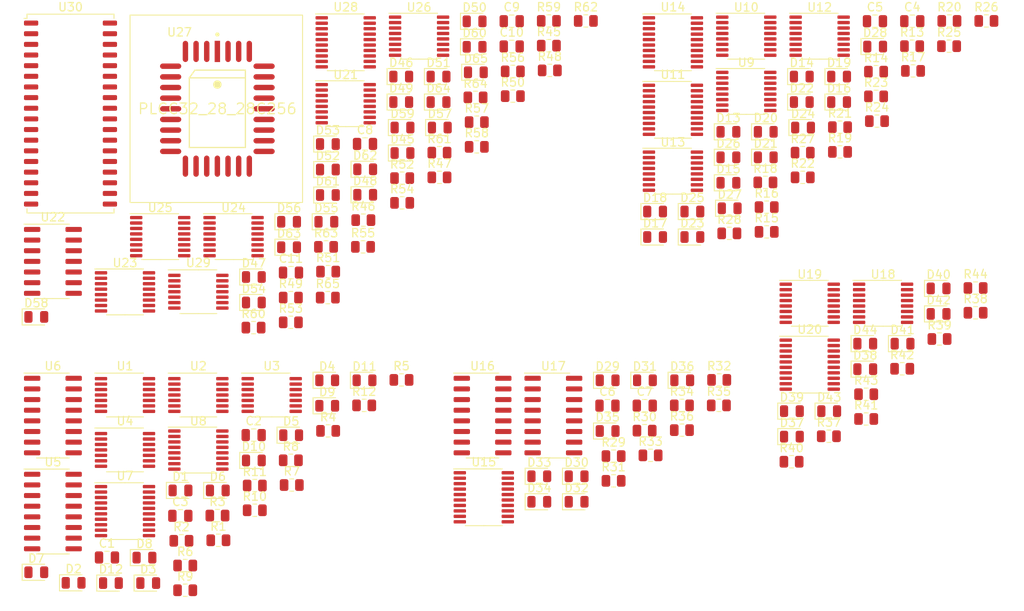
<source format=kicad_pcb>
(kicad_pcb (version 20211014) (generator pcbnew)
  (layers (0 "F.Cu" signal) (31 "B.Cu" signal) (34 "B.Paste" user) (35 "F.Paste" user) (36 "B.SilkS" user "B.Silkscreen") (37 "F.SilkS" user "F.Silkscreen") (38 "B.Mask" user) (39 "F.Mask" user) (44 "Edge.Cuts" user))
  (net 0 "")
  (net 1 "VCC")
  (net 2 "GND")
  (net 3 "Net-(U1-Pad1)")
  (net 4 "/ALU/ALU0")
  (net 5 "/ALU/ALU1")
  (net 6 "Net-(U1-Pad4)")
  (net 7 "/ALU/ALU2")
  (net 8 "/ALU/ALU3")
  (net 9 "/ALU/ALU4")
  (net 10 "/ALU/ALU5")
  (net 11 "Net-(U1-Pad10)")
  (net 12 "/ALU/ALU6")
  (net 13 "/ALU/ALU7")
  (net 14 "Net-(U1-Pad13)")
  (net 15 "/GPR's/B0")
  (net 16 "Net-(U2-Pad3)")
  (net 17 "/GPR's/B1")
  (net 18 "Net-(U2-Pad6)")
  (net 19 "Net-(U2-Pad8)")
  (net 20 "/GPR's/B2")
  (net 21 "Net-(U2-Pad11)")
  (net 22 "/GPR's/B3")
  (net 23 "/GPR's/B4")
  (net 24 "Net-(U3-Pad3)")
  (net 25 "/GPR's/B5")
  (net 26 "Net-(U3-Pad6)")
  (net 27 "Net-(U3-Pad8)")
  (net 28 "/GPR's/B6")
  (net 29 "Net-(U3-Pad11)")
  (net 30 "/GPR's/B7")
  (net 31 "/GPR's/A1")
  (net 32 "/GPR's/A0")
  (net 33 "Net-(U5-Pad9)")
  (net 34 "/GPR's/A3")
  (net 35 "/GPR's/A2")
  (net 36 "/GPR's/A5")
  (net 37 "/GPR's/A4")
  (net 38 "/ALU/CARRY_OUT")
  (net 39 "/GPR's/A7")
  (net 40 "/GPR's/A6")
  (net 41 "BUS7")
  (net 42 "BUS6")
  (net 43 "BUS5")
  (net 44 "BUS4")
  (net 45 "BUS3")
  (net 46 "BUS2")
  (net 47 "BUS1")
  (net 48 "BUS0")
  (net 49 "Net-(D1-Pad1)")
  (net 50 "Net-(D2-Pad1)")
  (net 51 "Net-(D3-Pad1)")
  (net 52 "Net-(D4-Pad1)")
  (net 53 "/ALU/CF")
  (net 54 "Net-(D5-Pad1)")
  (net 55 "Net-(D6-Pad1)")
  (net 56 "/ALU/ZF")
  (net 57 "Net-(D7-Pad1)")
  (net 58 "Net-(D8-Pad1)")
  (net 59 "/ALU/SF")
  (net 60 "Net-(D9-Pad1)")
  (net 61 "Net-(D10-Pad1)")
  (net 62 "/ALU/OF")
  (net 63 "Net-(D11-Pad1)")
  (net 64 "Net-(D12-Pad1)")
  (net 65 "Net-(D13-Pad1)")
  (net 66 "Net-(D14-Pad1)")
  (net 67 "Net-(D15-Pad1)")
  (net 68 "Net-(D16-Pad1)")
  (net 69 "Net-(D17-Pad1)")
  (net 70 "Net-(D18-Pad1)")
  (net 71 "Net-(D19-Pad1)")
  (net 72 "Net-(D20-Pad1)")
  (net 73 "Net-(D21-Pad1)")
  (net 74 "Net-(D22-Pad1)")
  (net 75 "Net-(D23-Pad1)")
  (net 76 "Net-(D24-Pad1)")
  (net 77 "Net-(D25-Pad1)")
  (net 78 "Net-(D26-Pad1)")
  (net 79 "Net-(D27-Pad1)")
  (net 80 "Net-(D28-Pad1)")
  (net 81 "Net-(U4-Pad3)")
  (net 82 "Net-(U4-Pad10)")
  (net 83 "/ALU/ZERO_FLAG")
  (net 86 "Net-(D29-Pad1)")
  (net 87 "/Program Counter/PC3")
  (net 88 "Net-(D30-Pad1)")
  (net 89 "/Program Counter/PC2")
  (net 90 "Net-(D31-Pad1)")
  (net 91 "/Program Counter/PC1")
  (net 92 "Net-(D32-Pad1)")
  (net 93 "/Program Counter/PC0")
  (net 94 "Net-(D33-Pad1)")
  (net 95 "Net-(D34-Pad1)")
  (net 96 "Net-(D35-Pad1)")
  (net 97 "Net-(D36-Pad1)")
  (net 98 "/SUB")
  (net 99 "/~{ALU_OUT}")
  (net 100 "CLOCK")
  (net 101 "/~{FLAGS_IN}")
  (net 102 "RESET")
  (net 103 "/~{A_IN}")
  (net 104 "/~{A_OUT}")
  (net 105 "/~{B_IN}")
  (net 106 "/~{B_OUT}")
  (net 107 "/~{PC_OUT}")
  (net 108 "~{RESET}")
  (net 109 "/PC_EN")
  (net 110 "/~{PC_IN}")
  (net 111 "/Program Counter/PC7")
  (net 112 "/Program Counter/PC6")
  (net 113 "/Program Counter/PC5")
  (net 114 "/Program Counter/PC4")
  (net 115 "Net-(U16-Pad15)")
  (net 117 "/Memory/MAR0")
  (net 118 "/Memory/MAR1")
  (net 119 "/Memory/MAR2")
  (net 120 "/Memory/MAR3")
  (net 121 "/Memory/MAR4")
  (net 122 "/Memory/MAR5")
  (net 123 "/Memory/MAR6")
  (net 124 "/Memory/MAR7")
  (net 125 "/Memory/SEG0")
  (net 126 "/Memory/SEG1")
  (net 127 "/Memory/SEG3")
  (net 128 "/Memory/SEG2")
  (net 129 "/Memory/~{ROM_EN}")
  (net 130 "Net-(D37-Pad1)")
  (net 131 "Net-(D38-Pad1)")
  (net 132 "Net-(D39-Pad1)")
  (net 133 "Net-(D40-Pad1)")
  (net 134 "Net-(D41-Pad1)")
  (net 135 "Net-(D42-Pad1)")
  (net 136 "Net-(D43-Pad1)")
  (net 137 "Net-(D44-Pad1)")
  (net 138 "Net-(D45-Pad1)")
  (net 139 "Net-(D46-Pad1)")
  (net 140 "Net-(D47-Pad1)")
  (net 141 "Net-(D48-Pad1)")
  (net 142 "Net-(D49-Pad1)")
  (net 143 "Net-(D50-Pad1)")
  (net 144 "/Memory/OPND7")
  (net 145 "Net-(D51-Pad1)")
  (net 146 "/Memory/OPND6")
  (net 147 "Net-(D52-Pad1)")
  (net 148 "/Memory/OPND5")
  (net 149 "Net-(D53-Pad1)")
  (net 150 "/Memory/OPND4")
  (net 151 "Net-(D54-Pad1)")
  (net 152 "/Memory/OPND3")
  (net 153 "Net-(D55-Pad1)")
  (net 154 "/Memory/OPND2")
  (net 155 "Net-(D56-Pad1)")
  (net 156 "/Memory/OPND1")
  (net 157 "Net-(D57-Pad1)")
  (net 158 "/Memory/OPND0")
  (net 159 "/~{MAR_IN}")
  (net 160 "/~{OP_IN}")
  (net 161 "/~{MEM_SEG_IN}")
  (net 162 "/~{MEM_OUT}")
  (net 163 "/~{OP_OUT}")
  (net 164 "/~{MEM_IN}")
  (net 165 "/Instruction Register/INST7")
  (net 166 "/Instruction Register/INST6")
  (net 167 "/Instruction Register/INST5")
  (net 168 "/Instruction Register/INST4")
  (net 169 "/Instruction Register/INST3")
  (net 170 "/Instruction Register/INST2")
  (net 171 "/Instruction Register/INST1")
  (net 172 "/Instruction Register/INST0")
  (net 173 "Net-(D58-Pad1)")
  (net 174 "Net-(D59-Pad1)")
  (net 175 "Net-(D60-Pad1)")
  (net 176 "Net-(D61-Pad1)")
  (net 177 "Net-(D62-Pad1)")
  (net 178 "Net-(D63-Pad1)")
  (net 179 "Net-(D64-Pad1)")
  (net 180 "Net-(D65-Pad1)")
  (net 181 "/~{INST_IN}")
  (net 182 "/INSTRUCTION7")
  (net 183 "/INSTRUCTION6")
  (net 184 "/INSTRUCTION5")
  (net 185 "/INSTRUCTION4")
  (net 186 "/INSTRUCTION3")
  (net 187 "/INSTRUCTION2")
  (net 188 "/INSTRUCTION1")
  (net 189 "/INSTRUCTION0")
  (net 190 "Net-(U22-Pad12)")
  (net 191 "Net-(U22-Pad11)")
  (net 196 "Net-(U29-Pad2)")
  (footprint "Resistor_SMD:R_0805_2012Metric" (layer "F.Cu") (at 164.148 56.366)
    (fp_text reference "R21")
    (fp_text value "R_Small_US")
  )
  (footprint "Resistor_SMD:R_0805_2012Metric" (layer "F.Cu") (at 181.608 43.696)
    (fp_text reference "R26")
    (fp_text value "R_Small_US")
  )
  (footprint "LED_SMD:LED_0805_2012Metric" (layer "F.Cu") (at 162.858 90.241)
    (fp_text reference "D43")
    (fp_text value "LED")
  )
  (footprint "LED_SMD:LED_0805_2012Metric" (layer "F.Cu") (at 116.258 53.371)
    (fp_text reference "D64")
    (fp_text value "LED")
  )
  (footprint "Package_SO:TSSOP-16_4.4x5mm_P0.65mm" (layer "F.Cu") (at 78.858 76.016)
    (fp_text reference "U23")
    (fp_text value "74LS173")
  )
  (footprint "Resistor_SMD:R_0805_2012Metric" (layer "F.Cu") (at 120.818 55.766)
    (fp_text reference "R57")
    (fp_text value "R_Small_US")
  )
  (footprint "Resistor_SMD:R_0805_2012Metric" (layer "F.Cu") (at 103.048 76.696)
    (fp_text reference "R65")
    (fp_text value "R_Small_US")
  )
  (footprint "Package_SO:TSSOP-20_4.4x6.5mm_P0.65mm" (layer "F.Cu") (at 121.658 100.516)
    (fp_text reference "U15")
    (fp_text value "74LS245")
  )
  (footprint "LED_SMD:LED_0805_2012Metric" (layer "F.Cu") (at 120.558 46.781)
    (fp_text reference "D60")
    (fp_text value "LED")
  )
  (footprint "Resistor_SMD:R_0805_2012Metric" (layer "F.Cu") (at 116.368 59.406)
    (fp_text reference "R61")
    (fp_text value "R_Small_US")
  )
  (footprint "Resistor_SMD:R_0805_2012Metric" (layer "F.Cu") (at 98.748 99.056)
    (fp_text reference "R7")
    (fp_text value "R_Small_US")
  )
  (footprint "LED_SMD:LED_0805_2012Metric" (layer "F.Cu") (at 89.928 99.701)
    (fp_text reference "D6")
    (fp_text value "LED")
  )
  (footprint "LED_SMD:LED_0805_2012Metric" (layer "F.Cu") (at 102.978 86.561)
    (fp_text reference "D4")
    (fp_text value "LED")
  )
  (footprint "Resistor_SMD:R_0805_2012Metric" (layer "F.Cu") (at 168.558 55.646)
    (fp_text reference "R24")
    (fp_text value "R_Small_US")
  )
  (footprint "LED_SMD:LED_0805_2012Metric" (layer "F.Cu") (at 98.428 67.651)
    (fp_text reference "D56")
    (fp_text value "LED")
  )
  (footprint "Resistor_SMD:R_0805_2012Metric" (layer "F.Cu") (at 107.288 67.456)
    (fp_text reference "R46")
    (fp_text value "R_Small_US")
  )
  (footprint "Package_SO:TSSOP-20_4.4x6.5mm_P0.65mm" (layer "F.Cu") (at 160.538 84.696)
    (fp_text reference "U20")
    (fp_text value "74LS245")
  )
  (footprint "LED_SMD:LED_0805_2012Metric" (layer "F.Cu") (at 107.508 64.431)
    (fp_text reference "D48")
    (fp_text value "LED")
  )
  (footprint "Resistor_SMD:R_0805_2012Metric" (layer "F.Cu") (at 107.388 89.556)
    (fp_text reference "R12")
    (fp_text value "R_Small_US")
  )
  (footprint "LED_SMD:LED_0805_2012Metric" (layer "F.Cu") (at 145.328 86.561)
    (fp_text reference "D36")
    (fp_text value "LED")
  )
  (footprint "LED_SMD:LED_0805_2012Metric" (layer "F.Cu") (at 158.408 90.241)
    (fp_text reference "D39")
    (fp_text value "LED")
  )
  (footprint "LED_SMD:LED_0805_2012Metric" (layer "F.Cu") (at 146.538 69.471)
    (fp_text reference "D23")
    (fp_text value "LED")
  )
  (footprint "LED_SMD:LED_0805_2012Metric" (layer "F.Cu") (at 150.988 66.041)
    (fp_text reference "D27")
    (fp_text value "LED")
  )
  (footprint "LED_SMD:LED_0805_2012Metric" (layer "F.Cu") (at 94.228 74.241)
    (fp_text reference "D47")
    (fp_text value "LED")
  )
  (footprint "LED_SMD:LED_0805_2012Metric" (layer "F.Cu") (at 116.408 56.411)
    (fp_text reference "D57")
    (fp_text value "LED")
  )
  (footprint "LED_SMD:LED_0805_2012Metric" (layer "F.Cu") (at 72.728 110.721)
    (fp_text reference "D2")
    (fp_text value "LED")
  )
  (footprint "Package_SO:TSSOP-20_4.4x6.5mm_P0.65mm" (layer "F.Cu") (at 78.858 102.166)
    (fp_text reference "U7")
    (fp_text value "74LS245")
  )
  (footprint "Resistor_SMD:R_0805_2012Metric" (layer "F.Cu") (at 150.948 69.036)
    (fp_text reference "R28")
    (fp_text value "R_Small_US")
  )
  (footprint "Resistor_SMD:R_0805_2012Metric" (layer "F.Cu") (at 129.418 43.696)
    (fp_text reference "R59")
    (fp_text value "R_Small_US")
  )
  (footprint "Resistor_SMD:R_0805_2012Metric" (layer "F.Cu") (at 180.318 78.506)
    (fp_text reference "R38")
    (fp_text value "R_Small_US")
  )
  (footprint "Stephenv6:PLCC-32-SOCKET-Microchip-32J-10_2001-B-IPC_A" (layer "F.Cu") (at 89.876 54.176)
    (fp_text reference "U27")
    (fp_text value "PLCC32_28_28C256")
  )
  (footprint "LED_SMD:LED_0805_2012Metric" (layer "F.Cu") (at 142.088 69.471)
    (fp_text reference "D17")
    (fp_text value "LED")
  )
  (footprint "Capacitor_SMD:C_0805_2012Metric" (layer "F.Cu") (at 76.708 107.696)
    (fp_text reference "C1")
    (fp_text value "C")
  )
  (footprint "LED_SMD:LED_0805_2012Metric" (layer "F.Cu") (at 103.058 64.461)
    (fp_text reference "D61")
    (fp_text value "LED")
  )
  (footprint "LED_SMD:LED_0805_2012Metric" (layer "F.Cu") (at 159.588 50.331)
    (fp_text reference "D14")
    (fp_text value "LED")
  )
  (footprint "LED_SMD:LED_0805_2012Metric" (layer "F.Cu") (at 77.178 110.751)
    (fp_text reference "D12")
    (fp_text value "LED")
  )
  (footprint "Capacitor_SMD:C_0805_2012Metric" (layer "F.Cu") (at 94.208 93.096)
    (fp_text reference "C2")
    (fp_text value "C")
  )
  (footprint "Package_SO:TSSOP-20_4.4x6.5mm_P0.65mm" (layer "F.Cu") (at 105.188 46.246)
    (fp_text reference "U28")
    (fp_text value "74LS245")
  )
  (footprint "Resistor_SMD:R_0805_2012Metric" (layer "F.Cu") (at 129.528 49.596)
    (fp_text reference "R48")
    (fp_text value "R_Small_US")
  )
  (footprint "Resistor_SMD:R_0805_2012Metric" (layer "F.Cu") (at 98.638 96.106)
    (fp_text reference "R8")
    (fp_text value "R_Small_US")
  )
  (footprint "Resistor_SMD:R_0805_2012Metric" (layer "F.Cu") (at 111.918 65.396)
    (fp_text reference "R54")
    (fp_text value "R_Small_US")
  )
  (footprint "LED_SMD:LED_0805_2012Metric" (layer "F.Cu") (at 111.808 50.331)
    (fp_text reference "D46")
    (fp_text value "LED")
  )
  (footprint "LED_SMD:LED_0805_2012Metric" (layer "F.Cu") (at 159.588 53.371)
    (fp_text reference "D22")
    (fp_text value "LED")
  )
  (footprint "Package_SO:TSSOP-14_4.4x5mm_P0.65mm" (layer "F.Cu") (at 87.608 75.996)
    (fp_text reference "U29")
    (fp_text value "74LS04")
  )
  (footprint "Package_SO:SOIC-14_3.9x8.7mm_P1.27mm" (layer "F.Cu") (at 70.258 72.376)
    (fp_text reference "U22")
    (fp_text value "4075")
  )
  (footprint "LED_SMD:LED_0805_2012Metric" (layer "F.Cu") (at 159.738 56.411)
    (fp_text reference "D24")
    (fp_text value "LED")
  )
  (footprint "LED_SMD:LED_0805_2012Metric" (layer "F.Cu") (at 146.538 66.431)
    (fp_text reference "D25")
    (fp_text value "LED")
  )
  (footprint "Capacitor_SMD:C_0805_2012Metric" (layer "F.Cu") (at 140.858 89.586)
    (fp_text reference "C7")
    (fp_text value "C")
  )
  (footprint "Resistor_SMD:R_0805_2012Metric" (layer "F.Cu") (at 145.288 92.506)
    (fp_text reference "R36")
    (fp_text value "R_Small_US")
  )
  (footprint "Resistor_SMD:R_0805_2012Metric" (layer "F.Cu") (at 162.818 93.236)
    (fp_text reference "R37")
    (fp_text value "R_Small_US")
  )
  (footprint "Resistor_SMD:R_0805_2012Metric" (layer "F.Cu") (at 103.088 73.596)
    (fp_text reference "R51")
    (fp_text value "R_Small_US")
  )
  (footprint "Resistor_SMD:R_0805_2012Metric" (layer "F.Cu") (at 103.088 92.596)
    (fp_text reference "R4")
    (fp_text value "R_Small_US")
  )
  (footprint "LED_SMD:LED_0805_2012Metric" (layer "F.Cu") (at 136.428 86.561)
    (fp_text reference "D29")
    (fp_text value "LED")
  )
  (footprint "Resistor_SMD:R_0805_2012Metric" (layer "F.Cu") (at 111.838 86.516)
    (fp_text reference "R5")
    (fp_text value "R_Small_US")
  )
  (footprint "Resistor_SMD:R_0805_2012Metric" (layer "F.Cu") (at 140.838 92.566)
    (fp_text reference "R30")
    (fp_text value "R_Small_US")
  )
  (footprint "LED_SMD:LED_0805_2012Metric" (layer "F.Cu") (at 98.428 70.691)
    (fp_text reference "D63")
    (fp_text value "LED")
  )
  (footprint "Resistor_SMD:R_0805_2012Metric" (layer "F.Cu") (at 120.818 58.716)
    (fp_text reference "R58")
    (fp_text value "R_Small_US")
  )
  (footprint "Resistor_SMD:R_0805_2012Metric" (layer "F.Cu") (at 86.038 111.606)
    (fp_text reference "R9")
    (fp_text value "R_Small_US")
  )
  (footprint "Resistor_SMD:R_0805_2012Metric" (layer "F.Cu") (at 133.828 43.696)
    (fp_text reference "R62")
    (fp_text value "R_Small_US")
  )
  (footprint "Resistor_SMD:R_0805_2012Metric" (layer "F.Cu") (at 89.888 102.696)
    (fp_text reference "R3")
    (fp_text value "R_Small_US")
  )
  (footprint "Capacitor_SMD:C_0805_2012Metric" (layer "F.Cu") (at 172.768 43.726)
    (fp_text reference "C4")
    (fp_text value "C")
  )
  (footprint "LED_SMD:LED_0805_2012Metric" (layer "F.Cu") (at 132.728 98.011)
    (fp_text reference "D30")
    (fp_text value "LED")
  )
  (footprint "Resistor_SMD:R_0805_2012Metric" (layer "F.Cu") (at 155.398 68.856)
    (fp_text reference "R15")
    (fp_text value "R_Small_US")
  )
  (footprint "Resistor_SMD:R_0805_2012Metric" (layer "F.Cu") (at 177.158 46.706)
    (fp_text reference "R25")
    (fp_text value "R_Small_US")
  )
  (footprint "Resistor_SMD:R_0805_2012Metric" (layer "F.Cu") (at 111.918 62.446)
    (fp_text reference "R52")
    (fp_text value "R_Small_US")
  )
  (footprint "Resistor_SMD:R_0805_2012Metric" (layer "F.Cu") (at 177.198 43.696)
    (fp_text reference "R20")
    (fp_text value "R_Small_US")
  )
  (footprint "LED_SMD:LED_0805_2012Metric" (layer "F.Cu") (at 142.088 66.431)
    (fp_text reference "D18")
    (fp_text value "LED")
  )
  (footprint "LED_SMD:LED_0805_2012Metric" (layer "F.Cu") (at 120.708 49.821)
    (fp_text reference "D65")
    (fp_text value "LED")
  )
  (footprint "LED_SMD:LED_0805_2012Metric" (layer "F.Cu") (at 116.258 50.331)
    (fp_text reference "D51")
    (fp_text value "LED")
  )
  (footprint "Resistor_SMD:R_0805_2012Metric" (layer "F.Cu") (at 129.418 46.646)
    (fp_text reference "R45")
    (fp_text value "R_Small_US")
  )
  (footprint "LED_SMD:LED_0805_2012Metric" (layer "F.Cu") (at 150.838 59.961)
    (fp_text reference "D26")
    (fp_text value "LED")
  )
  (footprint "LED_SMD:LED_0805_2012Metric" (layer "F.Cu") (at 175.908 75.601)
    (fp_text reference "D40")
    (fp_text value "LED")
  )
  (footprint "Package_SO:TSSOP-16_4.4x5mm_P0.65mm" (layer "F.Cu") (at 87.608 94.886)
    (fp_text reference "U8")
    (fp_text value "74LS173")
  )
  (footprint "LED_SMD:LED_0805_2012Metric" (layer "F.Cu") (at 164.038 53.371)
    (fp_text reference "D16")
    (fp_text value "LED")
  )
  (footprint "Resistor_SMD:R_0805_2012Metric" (layer "F.Cu") (at 89.998 105.646)
    (fp_text reference "R1")
    (fp_text value "R_Small_US")
  )
  (footprint "Package_SO:SOIC-16_3.9x9.9mm_P1.27mm" (layer "F.Cu") (at 70.258 90.766)
    (fp_text reference "U6")
    (fp_text value "74LS283")
  )
  (footprint "Package_SO:TSSOP-14_4.4x5mm_P0.65mm" (layer "F.Cu") (at 87.608 88.316)
    (fp_text reference "U2")
    (fp_text value "74LS86")
  )
  (footprint "Resistor_SMD:R_0805_2012Metric" (layer "F.Cu") (at 125.118 52.666)
    (fp_text reference "R50")
    (fp_text value "R_Small_US")
  )
  (footprint "Resistor_SMD:R_0805_2012Metric" (layer "F.Cu") (at 155.398 65.906)
    (fp_text reference "R16")
    (fp_text value "R_Small_US")
  )
  (footprint "Resistor_SMD:R_0805_2012Metric" (layer "F.Cu") (at 137.138 98.556)
    (fp_text reference "R31")
    (fp_text value "R_Small_US")
  )
  (footprint "Resistor_SMD:R_0805_2012Metric" (layer "F.Cu") (at 86.038 108.656)
    (fp_text reference "R6")
    (fp_text value "R_Small_US")
  )
  (footprint "LED_SMD:LED_0805_2012Metric" (layer "F.Cu") (at 68.278 79.001)
    (fp_text reference "D58")
    (fp_text value "LED")
  )
  (footprint "LED_SMD:LED_0805_2012Metric" (layer "F.Cu") (at 150.838 56.921)
    (fp_text reference "D13")
    (fp_text value "LED")
  )
  (footprint "LED_SMD:LED_0805_2012Metric" (layer "F.Cu") (at 167.158 85.231)
    (fp_text reference "D38")
    (fp_text value "LED")
  )
  (footprint "LED_SMD:LED_0805_2012Metric" (layer "F.Cu") (at 111.958 59.451)
    (fp_text reference "D45")
    (fp_text value "LED")
  )
  (footprint "Resistor_SMD:R_0805_2012Metric" (layer "F.Cu") (at 172.858 49.656)
    (fp_text reference "R17")
    (fp_text value "R_Small_US")
  )
  (footprint "Package_SO:TSSOP-16_4.4x5mm_P0.65mm" (layer "F.Cu") (at 152.968 45.516)
    (fp_text reference "U10")
    (fp_text value "74LS173")
  )
  (footprint "Resistor_SMD:R_0805_2012Metric" (layer "F.Cu") (at 159.698 62.356)
    (fp_text reference "R22")
    (fp_text value "R_Small_US")
  )
  (footprint "Package_SO:TSSOP-16_4.4x5mm_P0.65mm" (layer "F.Cu") (at 144.218 61.616)
    (fp_text reference "U13")
    (fp_text value "74LS173")
  )
  (footprint "LED_SMD:LED_0805_2012Metric" (layer "F.Cu") (at 98.678 93.111)
    (fp_text reference "D5")
    (fp_text value "LED")
  )
  (footprint "Resistor_SMD:R_0805_2012Metric" (layer "F.Cu") (at 98.638 79.646)
    (fp_text reference "R53")
    (fp_text value "R_Small_US")
  )
  (footprint "Package_SO:TSSOP-14_4.4x5mm_P0.65mm" (layer "F.Cu") (at 78.858 88.316)
    (fp_text reference "U1")
    (fp_text value "74LS02")
  )
  (footprint "Capacitor_SMD:C_0805_2012Metric" (layer "F.Cu") (at 168.318 43.726)
    (fp_text reference "C5")
    (fp_text value "C")
  )
  (footprint "Resistor_SMD:R_0805_2012Metric" (layer "F.Cu") (at 145.288 89.556)
    (fp_text reference "R34")
    (fp_text value "R_Small_US")
  )
  (footprint "Resistor_SMD:R_0805_2012Metric" (layer "F.Cu") (at 120.668 52.816)
    (fp_text reference "R64")
    (fp_text value "R_Small_US")
  )
  (footprint "Package_SO:TSSOP-14_4.4x5mm_P0.65mm" (layer "F.Cu") (at 96.358 88.316)
    (fp_text reference "U3")
    (fp_text value "74LS86")
  )
  (footprint "LED_SMD:LED_0805_2012Metric" (layer "F.Cu") (at 167.158 82.191)
    (fp_text reference "D44")
    (fp_text value "LED")
  )
  (footprint "LED_SMD:LED_0805_2012Metric" (layer "F.Cu") (at 136.428 92.611)
    (fp_text reference "D35")
    (fp_text value "LED")
  )
  (footprint "Package_SO:TSSOP-20_4.4x6.5mm_P0.65mm" (layer "F.Cu") (at 144.218 54.296)
    (fp_text reference "U11")
    (fp_text value "74LS245")
  )
  (footprint "Package_SO:TSSOP-14_4.4x5mm_P0.65mm" (layer "F.Cu") (at 78.858 94.866)
    (fp_text reference "U4")
    (fp_text value "74LS08")
  )
  (footprint "LED_SMD:LED_0805_2012Metric" (layer "F.Cu") (at 168.338 46.751)
    (fp_text reference "D28")
    (fp_text value "LED")
  )
  (footprint "Resistor_SMD:R_0805_2012Metric" (layer "F.Cu") (at 171.568 85.186)
    (fp_text reference "R42")
    (fp_text value "R_Small_US")
  )
  (footprint "Resistor_SMD:R_0805_2012Metric" (layer "F.Cu") (at 116.368 62.356)
    (fp_text reference "R47")
    (fp_text value "R_Small_US")
  )
  (footprint "Resistor_SMD:R_0805_2012Metric" (layer "F.Cu") (at 172.748 46.706)
    (fp_text reference "R13")
    (fp_text value "R_Small_US")
  )
  (footprint "Package_SO:SOIC-16_3.9x9.9mm_P1.27mm" (layer "F.Cu") (at 129.958 90.766)
    (fp_text reference "U17")
    (fp_text value "74LS161")
  )
  (footprint "LED_SMD:LED_0805_2012Metric" (layer "F.Cu") (at 111.808 53.371)
    (fp_text reference "D49")
    (fp_text value "LED")
  )
  (footprint "Package_SO:TSSOP-16_4.4x5mm_P0.65mm" (layer "F.Cu") (at 169.288 77.376)
    (fp_text reference "U18")
    (fp_text value "74LS173")
  )
  (footprint "LED_SMD:LED_0805_2012Metric" (layer "F.Cu") (at 158.408 93.281)
    (fp_text reference "D37")
    (fp_text value "LED")
  )
  (footprint "Resistor_SMD:R_0805_2012Metric" (layer "F.Cu") (at 107.248 70.646)
    (fp_text reference "R55")
    (fp_text value "R_Small_US")
  )
  (footprint "Package_SO:TSSOP-16_4.4x5mm_P0.65mm" (layer "F.Cu") (at 161.718 45.516)
    (fp_text reference "U12")
    (fp_text value "74LS173")
  )
  (footprint "Resistor_SMD:R_0805_2012Metric" (layer "F.Cu") (at 141.548 95.516)
    (fp_text reference "R33")
    (fp_text value "R_Small_US")
  )
  (footprint "Resistor_SMD:R_0805_2012Metric" (layer "F.Cu") (at 102.838 70.646)
    (fp_text reference "R63")
    (fp_text value "R_Small_US")
  )
  (footprint "LED_SMD:LED_0805_2012Metric" (layer "F.Cu") (at 175.908 78.641)
    (fp_text reference "D42")
    (fp_text value "LED")
  )
  (footprint "LED_SMD:LED_0805_2012Metric" (layer "F.Cu") (at 132.728 101.051)
    (fp_text reference "D32")
    (fp_text value "LED")
  )
  (footprint "LED_SMD:LED_0805_2012Metric" (layer "F.Cu") (at 171.608 82.191)
    (fp_text reference "D41")
    (fp_text value "LED")
  )
  (footprint "Package_SO:TSSOP-16_4.4x5mm_P0.65mm" (layer "F.Cu") (at 160.538 77.376)
    (fp_text reference "U19")
    (fp_text value "74LS173")
  )
  (footprint "LED_SMD:LED_0805_2012Metric" (layer "F.Cu") (at 81.628 110.751)
    (fp_text reference "D3")
    (fp_text value "LED")
  )
  (footprint "Capacitor_SMD:C_0805_2012Metric" (layer "F.Cu") (at 136.408 89.586)
    (fp_text reference "C6")
    (fp_text value "C")
  )
  (footprint "Package_SO:TSSOP-20_4.4x6.5mm_P0.65mm" (layer "F.Cu") (at 144.218 46.246)
    (fp_text reference "U14")
    (fp_text value "74LS245")
  )
  (footprint "Resistor_SMD:R_0805_2012Metric" (layer "F.Cu") (at 168.448 49.746)
    (fp_text reference "R14")
    (fp_text value "R_Small_US")
  )
  (footprint "LED_SMD:LED_0805_2012Metric" (layer "F.Cu") (at 94.228 77.281)
    (fp_text reference "D54")
    (fp_text value "LED")
  )
  (footprint "Package_SO:TSSOP-16_4.4x5mm_P0.65mm" (layer "F.Cu") (at 91.808 69.426)
    (fp_text reference "U24")
    (fp_text value "74LS173")
  )
  (footprint "LED_SMD:LED_0805_2012Metric" (layer "F.Cu") (at 128.278 101.051)
    (fp_text reference "D34")
    (fp_text value "LED")
  )
  (footprint "Package_SO:TSSOP-16_4.4x5mm_P0.65mm" (layer "F.Cu") (at 83.058 69.426)
    (fp_text reference "U25")
    (fp_text value "74LS173")
  )
  (footprint "Resistor_SMD:R_0805_2012Metric" (layer "F.Cu") (at 149.698 89.556)
    (fp_text reference "R35")
    (fp_text value "R_Small_US")
  )
  (footprint "LED_SMD:LED_0805_2012Metric" (layer "F.Cu") (at 103.058 61.421)
    (fp_text reference "D52")
    (fp_text value "LED")
  )
  (footprint "LED_SMD:LED_0805_2012Metric" (layer "F.Cu") (at 164.038 50.331)
    (fp_text reference "D19")
    (fp_text value "LED")
  )
  (footprint "Package_SO:TSSOP-16_4.4x5mm_P0.65mm" (layer "F.Cu") (at 152.968 52.106)
    (fp_text reference "U9")
    (fp_text value "74LS173")
  )
  (footprint "LED_SMD:LED_0805_2012Metric" (layer "F.Cu") (at 102.878 67.651)
    (fp_text reference "D55")
    (fp_text value "LED")
  )
  (footprint "Resistor_SMD:R_0805_2012Metric" (layer "F.Cu") (at 168.448 52.696)
    (fp_text reference "R23")
    (fp_text value "R_Small_US")
  )
  (footprint "LED_SMD:LED_0805_2012Metric" (layer "F.Cu") (at 68.278 109.461)
    (fp_text reference "D7")
    (fp_text value "LED")
  )
  (footprint "Resistor_SMD:R_0805_2012Metric" (layer "F.Cu") (at 94.338 99.116)
    (fp_text reference "R11")
    (fp_text value "R_Small_US")
  )
  (footprint "Resistor_SMD:R_0805_2012Metric" (layer "F.Cu") (at 98.638 76.696)
    (fp_text reference "R49")
    (fp_text value "R_Small_US")
  )
  (footprint "Package_SO:SOJ-36_10.16x23.49mm_P1.27mm" (layer "F.Cu") (at 72.358 54.746)
    (fp_text reference "U30")
    (fp_text value "IS64C5128AL-12KLA3")
  )
  (footprint "Resistor_SMD:R_0805_2012Metric" (layer "F.Cu") (at 167.268 88.226)
    (fp_text reference "R43")
    (fp_text value "R_Small_US")
  )
  (footprint "Resistor_SMD:R_0805_2012Metric" (layer "F.Cu") (at 158.368 96.276)
    (fp_text reference "R40")
    (fp_text value "R_Small_US")
  )
  (footprint "Package_SO:TSSOP-16_4.4x5mm_P0.65mm" (layer "F.Cu") (at 105.188 53.566)
    (fp_text reference "U21")
    (fp_text value "74LS173")
  )
  (footprint "Capacitor_SMD:C_0805_2012Metric" (layer "F.Cu") (at 107.488 58.366)
    (fp_text reference "C8")
    (fp_text value "C")
  )
  (footprint "LED_SMD:LED_0805_2012Metric" (layer "F.Cu") (at 85.478 99.701)
    (fp_text reference "D1")
    (fp_text value "LED")
  )
  (footprint "LED_SMD:LED_0805_2012Metric" (layer "F.Cu") (at 81.178 107.711)
    (fp_text reference "D8")
    (fp_text value "LED")
  )
  (footprint "Resistor_SMD:R_0805_2012Metric" (layer "F.Cu") (at 137.138 95.606)
    (fp_text reference "R29")
    (fp_text value "R_Small_US")
  )
  (footprint "Capacitor_SMD:C_0805_2012Metric" (layer "F.Cu") (at 124.988 43.726)
    (fp_text reference "C9")
    (fp_text value "C")
  )
  (footprint "Resistor_SMD:R_0805_2012Metric" (layer "F.Cu") (at 164.148 59.316)
    (fp_text reference "R19")
    (fp_text value "R_Small_US")
  )
  (footprint "LED_SMD:LED_0805_2012Metric" (layer "F.Cu") (at 107.508 61.391)
    (fp_text reference "D62")
    (fp_text value "LED")
  )
  (footprint "Capacitor_SMD:C_0805_2012Metric" (layer "F.Cu") (at 85.458 102.726)
    (fp_text reference "C3")
    (fp_text value "C")
  )
  (footprint "Resistor_SMD:R_0805_2012Metric" (layer "F.Cu") (at 94.188 80.276)
    (fp_text reference "R60")
    (fp_text value "R_Small_US")
  )
  (footprint "Package_SO:SOIC-16_3.9x9.9mm_P1.27mm" (layer "F.Cu") (at 121.508 90.766)
    (fp_text reference "U16")
    (fp_text value "74LS161")
  )
  (footprint "Resistor_SMD:R_0805_2012Metric" (layer "F.Cu") (at 125.118 49.716)
    (fp_text reference "R56")
    (fp_text value "R_Small_US")
  )
  (footprint "Resistor_SMD:R_0805_2012Metric" (layer "F.Cu") (at 149.738 86.516)
    (fp_text reference "R32")
    (fp_text value "R_Small_US")
  )
  (footprint "Resistor_SMD:R_0805_2012Metric" (layer "F.Cu") (at 159.698 59.406)
    (fp_text reference "R27")
    (fp_text value "R_Small_US")
  )
  (footprint "LED_SMD:LED_0805_2012Metric" (layer "F.Cu") (at 107.428 86.561)
    (fp_text reference "D11")
    (fp_text value "LED")
  )
  (footprint "Resistor_SMD:R_0805_2012Metric" (layer "F.Cu") (at 180.318 75.556)
    (fp_text reference "R44")
    (fp_text value "R_Small_US")
  )
  (footprint "LED_SMD:LED_0805_2012Metric" (layer "F.Cu") (at 103.058 58.381)
    (fp_text reference "D53")
    (fp_text value "LED")
  )
  (footprint "Package_SO:TSSOP-16_4.4x5mm_P0.65mm" (layer "F.Cu") (at 113.938 45.516)
    (fp_text reference "U26")
    (fp_text value "74LS173")
  )
  (footprint "LED_SMD:LED_0805_2012Metric" (layer "F.Cu") (at 128.278 98.011)
    (fp_text reference "D33")
    (fp_text value "LED")
  )
  (footprint "LED_SMD:LED_0805_2012Metric" (layer "F.Cu") (at 111.958 56.411)
    (fp_text reference "D59")
    (fp_text value "LED")
  )
  (footprint "LED_SMD:LED_0805_2012Metric" (layer "F.Cu") (at 155.288 59.961)
    (fp_text reference "D21")
    (fp_text value "LED")
  )
  (footprint "LED_SMD:LED_0805_2012Metric" (layer "F.Cu") (at 102.978 89.601)
    (fp_text reference "D9")
    (fp_text value "LED")
  )
  (footprint "Resistor_SMD:R_0805_2012Metric" (layer "F.Cu") (at 155.248 62.956)
    (fp_text reference "R18")
    (fp_text value "R_Small_US")
  )
  (footprint "Resistor_SMD:R_0805_2012Metric" (layer "F.Cu") (at 94.338 102.066)
    (fp_text reference "R10")
    (fp_text value "R_Small_US")
  )
  (footprint "Package_SO:SOIC-16_3.9x9.9mm_P1.27mm" (layer "F.Cu") (at 70.258 102.216)
    (fp_text reference "U5")
    (fp_text value "74LS283")
  )
  (footprint "LED_SMD:LED_0805_2012Metric" (layer "F.Cu") (at 150.838 63.001)
    (fp_text reference "D15")
    (fp_text value "LED")
  )
  (footprint "LED_SMD:LED_0805_2012Metric" (layer "F.Cu") (at 120.558 43.741)
    (fp_text reference "D50")
    (fp_text value "LED")
  )
  (footprint "LED_SMD:LED_0805_2012Metric" (layer "F.Cu") (at 94.228 96.121)
    (fp_text reference "D10")
    (fp_text value "LED")
  )
  (footprint "LED_SMD:LED_0805_2012Metric" (layer "F.Cu") (at 140.878 86.561)
    (fp_text reference "D31")
    (fp_text value "LED")
  )
  (footprint "Capacitor_SMD:C_0805_2012Metric" (layer "F.Cu") (at 98.658 73.716)
    (fp_text reference "C11")
    (fp_text value "C")
  )
  (footprint "Resistor_SMD:R_0805_2012Metric" (layer "F.Cu") (at 85.588 105.706)
    (fp_text reference "R2")
    (fp_text value "R_Small_US")
  )
  (footprint "Capacitor_SMD:C_0805_2012Metric" (layer "F.Cu") (at 124.988 46.736)
    (fp_text reference "C10")
    (fp_text value "C")
  )
  (footprint "LED_SMD:LED_0805_2012Metric" (layer "F.Cu") (at 155.288 56.921)
    (fp_text reference "D20")
    (fp_text value "LED")
  )
  (footprint "Resistor_SMD:R_0805_2012Metric" (layer "F.Cu") (at 167.268 91.176)
    (fp_text reference "R41")
    (fp_text value "R_Small_US")
  )
  (footprint "Resistor_SMD:R_0805_2012Metric" (layer "F.Cu") (at 176.018 81.636)
    (fp_text reference "R39")
    (fp_text value "R_Small_US")
  )
)
</source>
